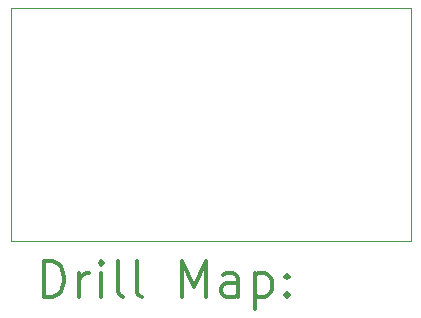
<source format=gbr>
%FSLAX45Y45*%
G04 Gerber Fmt 4.5, Leading zero omitted, Abs format (unit mm)*
G04 Created by KiCad (PCBNEW 5.1.12-84ad8e8a86~92~ubuntu20.04.1) date 2021-12-14 21:27:50*
%MOMM*%
%LPD*%
G01*
G04 APERTURE LIST*
%TA.AperFunction,Profile*%
%ADD10C,0.100000*%
%TD*%
%ADD11C,0.200000*%
%ADD12C,0.300000*%
G04 APERTURE END LIST*
D10*
X12321540Y-9395460D02*
X15707360Y-9395460D01*
X12321540Y-11371580D02*
X12321540Y-9395460D01*
X15707360Y-11371580D02*
X12321540Y-11371580D01*
X15707360Y-9395460D02*
X15707360Y-11371580D01*
D11*
D12*
X12602968Y-11842294D02*
X12602968Y-11542294D01*
X12674397Y-11542294D01*
X12717254Y-11556580D01*
X12745826Y-11585151D01*
X12760111Y-11613723D01*
X12774397Y-11670866D01*
X12774397Y-11713723D01*
X12760111Y-11770866D01*
X12745826Y-11799437D01*
X12717254Y-11828009D01*
X12674397Y-11842294D01*
X12602968Y-11842294D01*
X12902968Y-11842294D02*
X12902968Y-11642294D01*
X12902968Y-11699437D02*
X12917254Y-11670866D01*
X12931540Y-11656580D01*
X12960111Y-11642294D01*
X12988683Y-11642294D01*
X13088683Y-11842294D02*
X13088683Y-11642294D01*
X13088683Y-11542294D02*
X13074397Y-11556580D01*
X13088683Y-11570866D01*
X13102968Y-11556580D01*
X13088683Y-11542294D01*
X13088683Y-11570866D01*
X13274397Y-11842294D02*
X13245826Y-11828009D01*
X13231540Y-11799437D01*
X13231540Y-11542294D01*
X13431540Y-11842294D02*
X13402968Y-11828009D01*
X13388683Y-11799437D01*
X13388683Y-11542294D01*
X13774397Y-11842294D02*
X13774397Y-11542294D01*
X13874397Y-11756580D01*
X13974397Y-11542294D01*
X13974397Y-11842294D01*
X14245826Y-11842294D02*
X14245826Y-11685151D01*
X14231540Y-11656580D01*
X14202968Y-11642294D01*
X14145826Y-11642294D01*
X14117254Y-11656580D01*
X14245826Y-11828009D02*
X14217254Y-11842294D01*
X14145826Y-11842294D01*
X14117254Y-11828009D01*
X14102968Y-11799437D01*
X14102968Y-11770866D01*
X14117254Y-11742294D01*
X14145826Y-11728009D01*
X14217254Y-11728009D01*
X14245826Y-11713723D01*
X14388683Y-11642294D02*
X14388683Y-11942294D01*
X14388683Y-11656580D02*
X14417254Y-11642294D01*
X14474397Y-11642294D01*
X14502968Y-11656580D01*
X14517254Y-11670866D01*
X14531540Y-11699437D01*
X14531540Y-11785151D01*
X14517254Y-11813723D01*
X14502968Y-11828009D01*
X14474397Y-11842294D01*
X14417254Y-11842294D01*
X14388683Y-11828009D01*
X14660111Y-11813723D02*
X14674397Y-11828009D01*
X14660111Y-11842294D01*
X14645826Y-11828009D01*
X14660111Y-11813723D01*
X14660111Y-11842294D01*
X14660111Y-11656580D02*
X14674397Y-11670866D01*
X14660111Y-11685151D01*
X14645826Y-11670866D01*
X14660111Y-11656580D01*
X14660111Y-11685151D01*
M02*

</source>
